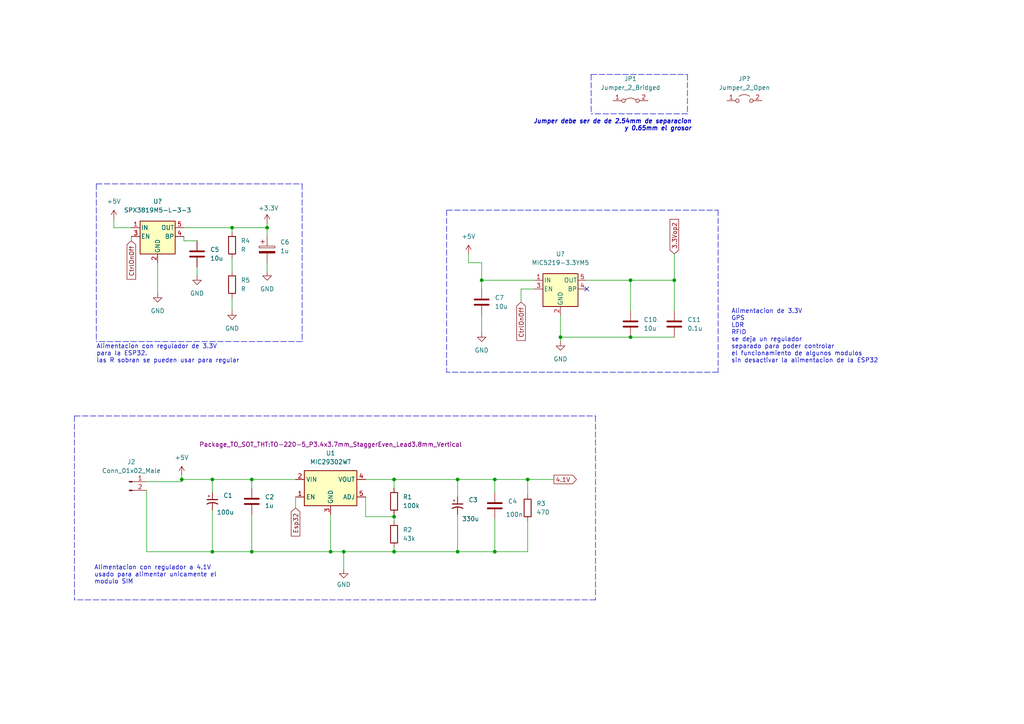
<source format=kicad_sch>
(kicad_sch (version 20211123) (generator eeschema)
  (paper "A4")
  (lib_symbols
    (symbol "Connector:Conn_01x02_Male" (pin_names (offset 1.016) hide)
      (property "Reference" "J2" (at 0.635 5.715 0))
      (property "Value" "Conn_01x02_Male" (at 0.635 3.175 0))
      (symbol "Conn_01x02_Male_1_1"
        (polyline (pts (xy 1.27 -2.54) (xy 0.8636 -2.54)) (stroke (width 0.1524)))
        (polyline (pts (xy 1.27 0) (xy 0.8636 0)) (stroke (width 0.1524)))
        (rectangle (start 0.8636 -2.413) (end 0 -2.667) (stroke (width 0.1524)) (fill (type outline)))
        (rectangle (start 0.8636 0.127) (end 0 -0.127) (stroke (width 0.1524)) (fill (type outline)))
        (pin power_out line (at 5.08 0 180) (length 3.81) (name "Pin_1") (number "1"))
        (pin power_out line (at 5.08 -2.54 180) (length 3.81) (name "Pin_2") (number "2"))
      )
    )
    (symbol "Device:C" (pin_numbers hide) (pin_names (offset 0.254))
      (property "Reference" "C" (at 0.635 2.54 0))
      (property "Value" "C" (at 0.635 -2.54 0))
      (symbol "C_0_1"
        (polyline (pts (xy -2.032 -0.762) (xy 2.032 -0.762)) (stroke (width 0.508)))
        (polyline (pts (xy -2.032 0.762) (xy 2.032 0.762)) (stroke (width 0.508)))
      )
      (symbol "C_1_1"
        (pin passive line (at 0 3.81 270) (length 2.794) (name "~") (number "1"))
        (pin passive line (at 0 -3.81 90) (length 2.794) (name "~") (number "2"))
      )
    )
    (symbol "Device:C_Polarized" (pin_numbers hide) (pin_names (offset 0.254))
      (property "Reference" "C" (at 0.635 2.54 0))
      (property "Value" "C_Polarized" (at 0.635 -2.54 0))
      (symbol "C_Polarized_0_1"
        (rectangle (start -2.286 0.508) (end 2.286 1.016))
        (polyline (pts (xy -1.778 2.286) (xy -0.762 2.286)))
        (polyline (pts (xy -1.27 2.794) (xy -1.27 1.778)))
        (rectangle (start 2.286 -0.508) (end -2.286 -1.016) (fill (type outline)))
      )
      (symbol "C_Polarized_1_1"
        (pin passive line (at 0 3.81 270) (length 2.794) (name "~") (number "1"))
        (pin passive line (at 0 -3.81 90) (length 2.794) (name "~") (number "2"))
      )
    )
    (symbol "Device:C_Polarized_Small_US" (pin_numbers hide) (pin_names (offset 0.254) hide)
      (property "Reference" "C" (at 0.254 1.778 0))
      (property "Value" "C_Polarized_Small_US" (at 0.254 -2.032 0))
      (symbol "C_Polarized_Small_US_0_1"
        (polyline (pts (xy -1.524 0.508) (xy 1.524 0.508)) (stroke (width 0.3048)))
        (polyline (pts (xy -1.27 1.524) (xy -0.762 1.524)))
        (polyline (pts (xy -1.016 1.27) (xy -1.016 1.778)))
        (arc (start 1.524 -0.762) (mid 0 -0.3734) (end -1.524 -0.762) (stroke (width 0.3048)))
      )
      (symbol "C_Polarized_Small_US_1_1"
        (pin passive line (at 0 2.54 270) (length 2.032) (name "~") (number "1"))
        (pin passive line (at 0 -2.54 90) (length 2.032) (name "~") (number "2"))
      )
    )
    (symbol "Device:R" (pin_numbers hide) (pin_names (offset 0))
      (property "Reference" "R" (at 2.032 0 90))
      (property "Value" "R" (at 0 0 90))
      (symbol "R_0_1"
        (rectangle (start -1.016 -2.54) (end 1.016 2.54) (stroke (width 0.254)))
      )
      (symbol "R_1_1"
        (pin passive line (at 0 3.81 270) (length 1.27) (name "~") (number "1"))
        (pin passive line (at 0 -3.81 90) (length 1.27) (name "~") (number "2"))
      )
    )
    (symbol "Jumper:Jumper_2_Bridged" (pin_names (offset 0) hide)
      (property "Reference" "JP" (at 0 1.905 0))
      (property "Value" "Jumper_2_Bridged" (at 0 -2.54 0))
      (symbol "Jumper_2_Bridged_0_0"
        (circle (center -2.032 0) (radius 0.508))
        (circle (center 2.032 0) (radius 0.508))
      )
      (symbol "Jumper_2_Bridged_0_1"
        (arc (start 1.524 0.254) (mid 0 0.762) (end -1.524 0.254))
      )
      (symbol "Jumper_2_Bridged_1_1"
        (pin passive line (at -5.08 0 0) (length 2.54) (name "A") (number "1"))
        (pin passive line (at 5.08 0 180) (length 2.54) (name "B") (number "2"))
      )
    )
    (symbol "Jumper:Jumper_2_Open" (pin_names (offset 0) hide)
      (property "Reference" "JP" (at 0 2.794 0))
      (property "Value" "Jumper_2_Open" (at 0 -2.286 0))
      (symbol "Jumper_2_Open_0_0"
        (circle (center -2.032 0) (radius 0.508))
        (circle (center 2.032 0) (radius 0.508))
      )
      (symbol "Jumper_2_Open_0_1"
        (arc (start 1.524 1.27) (mid 0 1.778) (end -1.524 1.27))
      )
      (symbol "Jumper_2_Open_1_1"
        (pin passive line (at -5.08 0 0) (length 2.54) (name "A") (number "1"))
        (pin passive line (at 5.08 0 180) (length 2.54) (name "B") (number "2"))
      )
    )
    (symbol "Regulator_Linear:MIC29302WT"
      (property "Reference" "U" (at -6.35 6.35 0))
      (property "Value" "MIC29302WT" (at 2.54 6.35 0))
      (symbol "MIC29302WT_1_1"
        (rectangle (start -7.62 5.08) (end 7.62 -5.08) (stroke (width 0.254)) (fill (type background)))
        (pin input line (at -10.16 -2.54 0) (length 2.54) (name "EN") (number "1"))
        (pin power_in line (at -10.16 2.54 0) (length 2.54) (name "VIN") (number "2"))
        (pin power_in line (at 0 -7.62 90) (length 2.54) (name "GND") (number "3"))
        (pin power_out line (at 10.16 2.54 180) (length 2.54) (name "VOUT") (number "4"))
        (pin input line (at 10.16 -2.54 180) (length 2.54) (name "ADJ") (number "5"))
      )
    )
    (symbol "Regulator_Linear:MIC5219-3.3YM5" (pin_names (offset 0.254))
      (property "Reference" "U" (at -3.81 5.715 0))
      (property "Value" "MIC5219-3.3YM5" (at 0 5.715 0))
      (symbol "MIC5219-3.3YM5_0_1"
        (rectangle (start -5.08 4.445) (end 5.08 -5.08) (stroke (width 0.254)) (fill (type background)))
      )
      (symbol "MIC5219-3.3YM5_1_1"
        (pin power_in line (at -7.62 2.54 0) (length 2.54) (name "IN") (number "1"))
        (pin power_in line (at 0 -7.62 90) (length 2.54) (name "GND") (number "2"))
        (pin input line (at -7.62 0 0) (length 2.54) (name "EN") (number "3"))
        (pin input line (at 7.62 0 180) (length 2.54) (name "BP") (number "4"))
        (pin power_out line (at 7.62 2.54 180) (length 2.54) (name "OUT") (number "5"))
      )
    )
    (symbol "Regulator_Linear:SPX3819M5-L-3-3" (pin_names (offset 0.254))
      (property "Reference" "U" (at -3.81 5.715 0))
      (property "Value" "SPX3819M5-L-3-3" (at 0 5.715 0))
      (symbol "SPX3819M5-L-3-3_0_1"
        (rectangle (start -5.08 4.445) (end 5.08 -5.08) (stroke (width 0.254)) (fill (type background)))
      )
      (symbol "SPX3819M5-L-3-3_1_1"
        (pin power_in line (at -7.62 2.54 0) (length 2.54) (name "IN") (number "1"))
        (pin power_in line (at 0 -7.62 90) (length 2.54) (name "GND") (number "2"))
        (pin input line (at -7.62 0 0) (length 2.54) (name "EN") (number "3"))
        (pin input line (at 7.62 0 180) (length 2.54) (name "BP") (number "4"))
        (pin power_out line (at 7.62 2.54 180) (length 2.54) (name "OUT") (number "5"))
      )
    )
    (symbol "power:+3.3V" (power) (pin_names (offset 0))
      (property "Value" "+3.3V" (at 0 3.556 0))
      (symbol "+3.3V_0_1"
        (polyline (pts (xy -0.762 1.27) (xy 0 2.54)))
        (polyline (pts (xy 0 0) (xy 0 2.54)))
        (polyline (pts (xy 0 2.54) (xy 0.762 1.27)))
      )
      (symbol "+3.3V_1_1"
        (pin power_in line (at 0 0 90) (length 0) hide (name "+3.3V") (number "1"))
      )
    )
    (symbol "power:+5V" (power) (pin_names (offset 0))
      (property "Value" "+5V" (at 0 3.556 0))
      (symbol "+5V_0_1"
        (polyline (pts (xy -0.762 1.27) (xy 0 2.54)))
        (polyline (pts (xy 0 0) (xy 0 2.54)))
        (polyline (pts (xy 0 2.54) (xy 0.762 1.27)))
      )
      (symbol "+5V_1_1"
        (pin power_in line (at 0 0 90) (length 0) hide (name "+5V") (number "1"))
      )
    )
    (symbol "power:GND" (power) (pin_names (offset 0))
      (property "Value" "GND" (at 0 -3.81 0))
      (symbol "GND_0_1"
        (polyline (pts (xy 0 0) (xy 0 -1.27) (xy 1.27 -1.27) (xy 0 -2.54) (xy -1.27 -1.27) (xy 0 -1.27)))
      )
      (symbol "GND_1_1"
        (pin power_in line (at 0 0 270) (length 0) hide (name "GND") (number "1"))
      )
    )
  )
  (junction (at 114.3 139.065))
  (junction (at 195.58 81.28))
  (junction (at 99.695 160.02))
  (junction (at 52.705 139.065))
  (junction (at 153.035 139.065))
  (junction (at 73.025 139.065))
  (junction (at 114.3 149.86))
  (junction (at 182.88 97.79))
  (junction (at 143.51 139.065))
  (junction (at 132.715 139.065))
  (junction (at 162.56 97.79))
  (junction (at 73.025 160.02))
  (junction (at 61.595 160.02))
  (junction (at 77.47 66.04))
  (junction (at 182.88 81.28))
  (junction (at 132.715 160.02))
  (junction (at 67.31 66.04))
  (junction (at 95.885 160.02))
  (junction (at 139.7 81.28))
  (junction (at 143.51 160.02))
  (junction (at 114.3 160.02))
  (junction (at 61.595 139.065))
  (no_connect (at 170.18 83.82))
  (wire (pts (xy 195.58 90.17) (xy 195.58 81.28)))
  (wire (pts (xy 99.695 160.02) (xy 99.695 165.1)))
  (wire (pts (xy 154.94 83.82) (xy 151.13 83.82)))
  (wire (pts (xy 67.31 86.36) (xy 67.31 90.17)))
  (polyline (pts (xy 21.59 120.65) (xy 172.72 120.65)))
  (wire (pts (xy 143.51 139.065) (xy 153.035 139.065)))
  (wire (pts (xy 139.7 81.28) (xy 139.7 83.82)))
  (wire (pts (xy 132.715 139.065) (xy 143.51 139.065)))
  (polyline (pts (xy 87.63 53.34) (xy 87.63 99.06)))
  (wire (pts (xy 61.595 139.065) (xy 61.595 142.875)))
  (wire (pts (xy 114.3 160.02) (xy 132.715 160.02)))
  (wire (pts (xy 73.025 149.225) (xy 73.025 160.02)))
  (wire (pts (xy 182.88 97.79) (xy 195.58 97.79)))
  (polyline (pts (xy 21.59 120.65) (xy 21.59 173.99)))
  (wire (pts (xy 52.705 137.795) (xy 52.705 139.065)))
  (wire (pts (xy 135.89 76.2) (xy 139.7 76.2)))
  (polyline (pts (xy 199.39 33.02) (xy 171.45 33.02)))
  (wire (pts (xy 114.3 158.75) (xy 114.3 160.02)))
  (wire (pts (xy 33.02 63.5) (xy 33.02 66.04)))
  (wire (pts (xy 77.47 66.04) (xy 77.47 68.58)))
  (wire (pts (xy 73.025 139.065) (xy 73.025 141.605)))
  (wire (pts (xy 57.15 69.85) (xy 53.34 69.85)))
  (wire (pts (xy 114.3 149.225) (xy 114.3 149.86)))
  (wire (pts (xy 153.035 139.065) (xy 153.035 143.51)))
  (wire (pts (xy 95.885 149.225) (xy 95.885 160.02)))
  (wire (pts (xy 85.725 139.065) (xy 73.025 139.065)))
  (wire (pts (xy 114.3 139.065) (xy 132.715 139.065)))
  (polyline (pts (xy 87.63 99.06) (xy 27.94 99.06)))
  (wire (pts (xy 114.3 149.86) (xy 114.3 151.13)))
  (wire (pts (xy 143.51 160.02) (xy 153.035 160.02)))
  (wire (pts (xy 95.885 160.02) (xy 99.695 160.02)))
  (polyline (pts (xy 171.45 21.59) (xy 171.45 33.02)))
  (wire (pts (xy 57.15 77.47) (xy 57.15 80.01)))
  (wire (pts (xy 139.7 76.2) (xy 139.7 81.28)))
  (polyline (pts (xy 172.72 120.65) (xy 172.72 173.99)))
  (wire (pts (xy 114.3 139.065) (xy 114.3 141.605)))
  (wire (pts (xy 42.545 139.7) (xy 52.705 139.7)))
  (wire (pts (xy 153.035 139.065) (xy 160.655 139.065)))
  (polyline (pts (xy 129.54 60.96) (xy 129.54 107.95)))
  (wire (pts (xy 151.13 83.82) (xy 151.13 87.63)))
  (wire (pts (xy 53.34 66.04) (xy 67.31 66.04)))
  (wire (pts (xy 162.56 97.79) (xy 162.56 99.06)))
  (wire (pts (xy 143.51 150.495) (xy 143.51 160.02)))
  (polyline (pts (xy 129.54 60.96) (xy 208.28 60.96)))
  (wire (pts (xy 61.595 147.955) (xy 61.595 160.02)))
  (wire (pts (xy 162.56 91.44) (xy 162.56 97.79)))
  (wire (pts (xy 182.88 90.17) (xy 182.88 81.28)))
  (wire (pts (xy 99.695 160.02) (xy 114.3 160.02)))
  (wire (pts (xy 162.56 97.79) (xy 182.88 97.79)))
  (wire (pts (xy 61.595 160.02) (xy 73.025 160.02)))
  (wire (pts (xy 153.035 151.13) (xy 153.035 160.02)))
  (wire (pts (xy 139.7 91.44) (xy 139.7 96.52)))
  (wire (pts (xy 132.715 160.02) (xy 143.51 160.02)))
  (wire (pts (xy 195.58 81.28) (xy 182.88 81.28)))
  (wire (pts (xy 106.045 149.86) (xy 106.045 144.145)))
  (wire (pts (xy 77.47 76.2) (xy 77.47 78.74)))
  (wire (pts (xy 132.715 149.225) (xy 132.715 160.02)))
  (wire (pts (xy 106.045 139.065) (xy 114.3 139.065)))
  (polyline (pts (xy 208.28 60.96) (xy 208.28 107.95)))
  (polyline (pts (xy 199.39 21.59) (xy 199.39 33.02)))
  (wire (pts (xy 114.3 149.86) (xy 106.045 149.86)))
  (polyline (pts (xy 208.28 107.95) (xy 129.54 107.95)))
  (wire (pts (xy 52.705 139.7) (xy 52.705 139.065)))
  (polyline (pts (xy 171.45 21.59) (xy 199.39 21.59)))
  (wire (pts (xy 135.89 73.66) (xy 135.89 76.2)))
  (wire (pts (xy 77.47 64.77) (xy 77.47 66.04)))
  (wire (pts (xy 33.02 66.04) (xy 38.1 66.04)))
  (wire (pts (xy 182.88 81.28) (xy 170.18 81.28)))
  (wire (pts (xy 45.72 76.2) (xy 45.72 85.09)))
  (wire (pts (xy 67.31 66.04) (xy 67.31 67.31)))
  (wire (pts (xy 61.595 139.065) (xy 52.705 139.065)))
  (wire (pts (xy 77.47 66.04) (xy 67.31 66.04)))
  (wire (pts (xy 139.7 81.28) (xy 154.94 81.28)))
  (wire (pts (xy 195.58 73.66) (xy 195.58 81.28)))
  (wire (pts (xy 85.725 147.32) (xy 85.725 144.145)))
  (wire (pts (xy 67.31 74.93) (xy 67.31 78.74)))
  (wire (pts (xy 42.545 160.02) (xy 61.595 160.02)))
  (polyline (pts (xy 27.94 53.34) (xy 27.94 99.06)))
  (wire (pts (xy 73.025 139.065) (xy 61.595 139.065)))
  (wire (pts (xy 132.715 139.065) (xy 132.715 144.145)))
  (polyline (pts (xy 27.94 53.34) (xy 87.63 53.34)))
  (wire (pts (xy 73.025 160.02) (xy 95.885 160.02)))
  (wire (pts (xy 53.34 69.85) (xy 53.34 68.58)))
  (polyline (pts (xy 172.72 173.99) (xy 21.59 173.99)))
  (wire (pts (xy 42.545 142.24) (xy 42.545 160.02)))
  (wire (pts (xy 38.1 69.85) (xy 38.1 68.58)))
  (wire (pts (xy 143.51 139.065) (xy 143.51 142.875)))
  (text "Alimentacion de 3.3V\nGPS\nLDR\nRFID\nse deja un regulador\nseparado para poder controlar\nel funcionamiento de algunos modulos\nsin desactivar la alimentacion de la ESP32\n" (at 212.09 105.41 0) (effects (font (size 1.27 1.27)) (justify left bottom)))
  (text "Alimentacion con regulador a 4.1V \nusado para alimentar unicamente el\nmodulo SIM\n" (at 27.305 169.545 0) (effects (font (size 1.27 1.27)) (justify left bottom)))
  (text "Alimentacion con regulador de 3.3V \npara la ESP32.\nlas R sobran se pueden usar para regular\n" (at 27.94 105.41 0) (effects (font (size 1.27 1.27)) (justify left bottom)))
  (text "Jumper debe ser de de 2.54mm de separacion\n y 0.65mm el grosor" (at 200.66 38.1 0) (effects (font (size 1.27 1.27) (thickness 0.254) bold italic) (justify right bottom)))
  (global_label "3.3Vop2" (shape input) (at 195.58 73.66 90) (property "Intersheet References" "${INTERSHEET_REFS}" (effects hide)))
  (global_label "CtrlOnOff" (shape input) (at 38.1 69.85 270) (property "Intersheet References" "${INTERSHEET_REFS}" (effects hide)))
  (global_label "4.1V" (shape output) (at 160.655 139.065 0) (property "Intersheet References" "${INTERSHEET_REFS}" (effects hide)))
  (global_label "CtrlOnOff" (shape input) (at 151.13 87.63 270) (property "Intersheet References" "${INTERSHEET_REFS}" (effects hide)))
  (global_label "Esp32" (shape input) (at 85.725 147.32 270) (property "Intersheet References" "${INTERSHEET_REFS}" (effects hide)))
  (symbol (lib_id "power:GND") (at 99.695 165.1 0) (unit 1)
    (property "Reference" "#PWR02" (effects hide))
    (property "Value" "GND" (at 99.695 169.545 0))
  )
  (symbol (lib_id "Device:C") (at 139.7 87.63 0) (unit 1)
    (property "Reference" "C7" (at 143.51 86.3599 0) (effects (justify left)))
    (property "Value" "10u" (at 143.51 88.8999 0) (effects (justify left)))
  )
  (symbol (lib_id "power:GND") (at 67.31 90.17 0) (unit 1)
    (property "Reference" "#PWR05" (effects hide))
    (property "Value" "GND" (at 67.31 95.25 0))
  )
  (symbol (lib_id "Regulator_Linear:MIC29302WT") (at 95.885 141.605 0) (unit 1)
    (property "Reference" "U1" (at 95.885 131.445 0))
    (property "Value" "MIC29302WT" (at 95.885 133.985 0))
    (property "Footprint" "Package_TO_SOT_THT:TO-220-5_P3.4x3.7mm_StaggerEven_Lead3.8mm_Vertical" (at 57.785 128.905 0) (effects (justify left)))
    (property "Datasheet" "http://ww1.microchip.com/downloads/en/devicedoc/20005685a.pdf" (effects hide))
  )
  (symbol (lib_id "power:GND") (at 139.7 96.52 0) (unit 1)
    (property "Reference" "#PWR08" (effects hide))
    (property "Value" "GND" (at 139.7 101.6 0))
  )
  (symbol (lib_id "power:GND") (at 57.15 80.01 0) (unit 1)
    (property "Reference" "#PWR04" (effects hide))
    (property "Value" "GND" (at 57.15 85.09 0))
  )
  (symbol (lib_id "Device:C") (at 143.51 146.685 0) (unit 1)
    (property "Reference" "C4" (at 147.32 145.4149 0) (effects (justify left)))
    (property "Value" "100n" (at 146.685 149.225 0) (effects (justify left)))
  )
  (symbol (lib_id "power:GND") (at 162.56 99.06 0) (unit 1)
    (property "Reference" "#PWR010" (effects hide))
    (property "Value" "GND" (at 162.56 104.14 0))
  )
  (symbol (lib_id "Device:C") (at 195.58 93.98 0) (unit 1)
    (property "Reference" "C11" (at 199.39 92.7099 0) (effects (justify left)))
    (property "Value" "0.1u" (at 199.39 95.2499 0) (effects (justify left)))
  )
  (symbol (lib_id "Device:C") (at 73.025 145.415 0) (unit 1)
    (property "Reference" "C2" (at 76.835 144.1449 0) (effects (justify left)))
    (property "Value" "1u" (at 76.835 146.6849 0) (effects (justify left)))
    (property "Footprint" "Capacitor_SMD:C_0603_1608Metric_Pad1.08x0.95mm_HandSolder" (effects hide))
  )
  (symbol (lib_id "Device:R") (at 114.3 145.415 0) (unit 1)
    (property "Reference" "R1" (at 116.84 144.1449 0) (effects (justify left)))
    (property "Value" "100k" (at 116.84 146.6849 0) (effects (justify left)))
  )
  (symbol (lib_id "Device:R") (at 153.035 147.32 0) (unit 1)
    (property "Reference" "R3" (at 155.575 146.0499 0) (effects (justify left)))
    (property "Value" "470" (at 155.575 148.5899 0) (effects (justify left)))
  )
  (symbol (lib_id "Regulator_Linear:MIC5219-3.3YM5") (at 162.56 83.82 0) (unit 1)
    (property "Reference" "U?" (at 162.56 73.66 0))
    (property "Value" "MIC5219-3.3YM5" (at 162.56 76.2 0))
    (property "Footprint" "Package_TO_SOT_SMD:SOT-23-5" (effects hide))
    (property "Datasheet" "http://ww1.microchip.com/downloads/en/DeviceDoc/MIC5219-500mA-Peak-Output-LDO-Regulator-DS20006021A.pdf" (effects hide))
  )
  (symbol (lib_id "Device:R") (at 67.31 71.12 0) (unit 1)
    (property "Reference" "R4" (at 69.85 69.8499 0) (effects (justify left)))
    (property "Value" "R" (at 69.85 72.3899 0) (effects (justify left)))
  )
  (symbol (lib_id "power:GND") (at 77.47 78.74 0) (unit 1)
    (property "Reference" "#PWR07" (effects hide))
    (property "Value" "GND" (at 77.47 83.82 0))
  )
  (symbol (lib_id "power:+3.3V") (at 77.47 64.77 0) (unit 1)
    (property "Reference" "#PWR06" (effects hide))
    (property "Value" "+3.3V" (at 77.851 60.3758 0))
  )
  (symbol (lib_id "Device:R") (at 67.31 82.55 0) (unit 1)
    (property "Reference" "R5" (at 69.85 81.2799 0) (effects (justify left)))
    (property "Value" "R" (at 69.85 83.8199 0) (effects (justify left)))
  )
  (symbol (lib_id "power:GND") (at 45.72 85.09 0) (unit 1)
    (property "Reference" "#PWR03" (effects hide))
    (property "Value" "GND" (at 45.72 90.17 0))
  )
  (symbol (lib_id "Device:R") (at 114.3 154.94 0) (unit 1)
    (property "Reference" "R2" (at 116.84 153.6699 0) (effects (justify left)))
    (property "Value" "43k" (at 116.84 156.2099 0) (effects (justify left)))
  )
  (symbol (lib_id "Device:C_Polarized_Small_US") (at 132.715 146.685 0) (unit 1)
    (property "Reference" "C3" (at 135.89 144.9831 0) (effects (justify left)))
    (property "Value" "330u" (at 133.985 150.495 0) (effects (justify left)))
  )
  (symbol (lib_id "Jumper:Jumper_2_Open") (at 215.9 29.21 0) (unit 1)
    (property "Reference" "JP?" (at 215.9 22.86 0))
    (property "Value" "Jumper_2_Open" (at 215.9 25.4 0))
  )
  (symbol (lib_id "power:+5V") (at 135.89 73.66 0) (unit 1)
    (property "Reference" "#PWR0101" (effects hide))
    (property "Value" "+5V" (at 135.89 68.58 0))
  )
  (symbol (lib_id "Device:C") (at 57.15 73.66 0) (unit 1)
    (property "Reference" "C5" (at 60.96 72.3899 0) (effects (justify left)))
    (property "Value" "10u" (at 60.96 74.9299 0) (effects (justify left)))
  )
  (symbol (lib_id "Regulator_Linear:SPX3819M5-L-3-3") (at 45.72 68.58 0) (unit 1)
    (property "Reference" "U?" (at 45.72 58.42 0))
    (property "Value" "SPX3819M5-L-3-3" (at 45.72 60.96 0))
    (property "Footprint" "Package_TO_SOT_SMD:SOT-23-5" (effects hide))
    (property "Datasheet" "https://www.exar.com/content/document.ashx?id=22106&languageid=1033&type=Datasheet&partnumber=SPX3819&filename=SPX3819.pdf&part=SPX3819" (effects hide))
  )
  (symbol (lib_id "Device:C_Polarized_Small_US") (at 61.595 145.415 0) (unit 1)
    (property "Reference" "C1" (at 64.77 143.7131 0) (effects (justify left)))
    (property "Value" "100u" (at 62.865 148.59 0) (effects (justify left)))
  )
  (symbol (lib_id "power:+5V") (at 33.02 63.5 0) (unit 1)
    (property "Reference" "#PWR0102" (effects hide))
    (property "Value" "+5V" (at 33.02 58.42 0))
  )
  (symbol (lib_id "Connector:Conn_01x02_Male") (at 37.465 139.7 0) (unit 1)
    (property "Reference" "J2" (at 38.1 133.985 0))
    (property "Value" "Conn_01x02_Male" (at 38.1 136.525 0))
  )
  (symbol (lib_id "Jumper:Jumper_2_Bridged") (at 182.88 29.21 0) (unit 1)
    (property "Reference" "JP1" (at 182.88 22.86 0))
    (property "Value" "Jumper_2_Bridged" (at 182.88 25.4 0))
  )
  (symbol (lib_id "Device:C") (at 182.88 93.98 0) (unit 1)
    (property "Reference" "C10" (at 186.69 92.7099 0) (effects (justify left)))
    (property "Value" "10u" (at 186.69 95.2499 0) (effects (justify left)))
  )
  (symbol (lib_id "Device:C_Polarized") (at 77.47 72.39 0) (unit 1)
    (property "Reference" "C6" (at 81.28 70.2309 0) (effects (justify left)))
    (property "Value" "1u" (at 81.28 72.7709 0) (effects (justify left)))
  )
  (symbol (lib_id "power:+5V") (at 52.705 137.795 0) (unit 1)
    (property "Reference" "#PWR01" (effects hide))
    (property "Value" "+5V" (at 52.705 132.715 0))
  )
)
</source>
